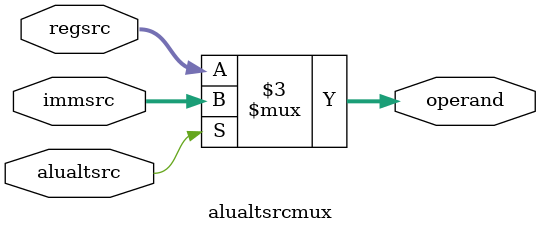
<source format=v>
/*
* File Name: alualtsrcmux.v
* Function: this mux is located between register file and ALU, serves as a
* mux to select ALU operand from immediate number or register. This MUX is
* for operand A of ALU.
*
* This module contains 1 control signal, ALUALtSrc, if it is deasserted, it will
* take data from register file as the operand; if it is asserted, it will
* take data from immediate number as the operand.
*/

module alualtsrcmux( input wire [31:0] regsrc,
                  input wire [31:0] immsrc,
                  input wire alualtsrc,
                  output reg [31:0] operand);

always @(*) begin
    if (alualtsrc) begin
        operand = immsrc;
    end else begin
        operand = regsrc;
    end
end

endmodule

</source>
